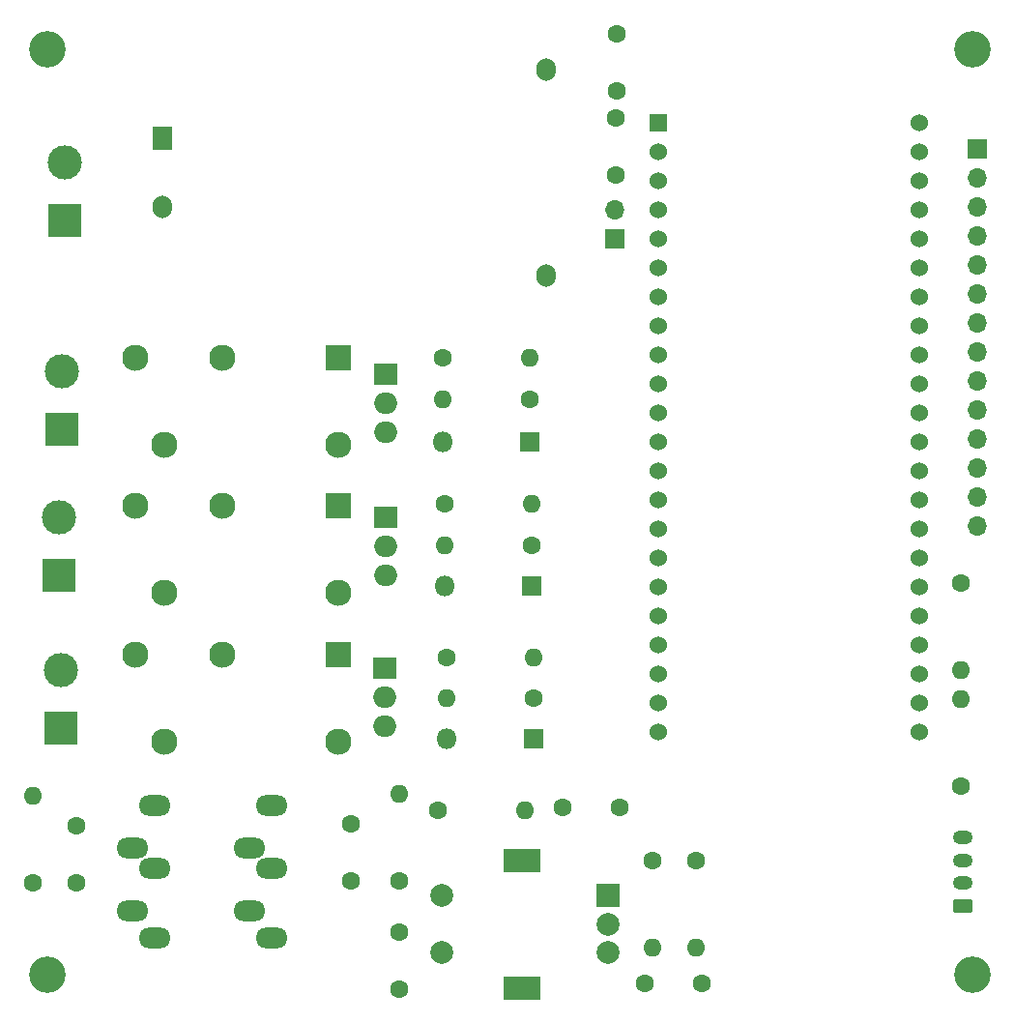
<source format=gbr>
%TF.GenerationSoftware,KiCad,Pcbnew,9.0.0*%
%TF.CreationDate,2025-07-02T18:07:02-06:00*%
%TF.ProjectId,CyberSmoker_PCB_v2,43796265-7253-46d6-9f6b-65725f504342,rev?*%
%TF.SameCoordinates,Original*%
%TF.FileFunction,Soldermask,Bot*%
%TF.FilePolarity,Negative*%
%FSLAX46Y46*%
G04 Gerber Fmt 4.6, Leading zero omitted, Abs format (unit mm)*
G04 Created by KiCad (PCBNEW 9.0.0) date 2025-07-02 18:07:02*
%MOMM*%
%LPD*%
G01*
G04 APERTURE LIST*
G04 Aperture macros list*
%AMRoundRect*
0 Rectangle with rounded corners*
0 $1 Rounding radius*
0 $2 $3 $4 $5 $6 $7 $8 $9 X,Y pos of 4 corners*
0 Add a 4 corners polygon primitive as box body*
4,1,4,$2,$3,$4,$5,$6,$7,$8,$9,$2,$3,0*
0 Add four circle primitives for the rounded corners*
1,1,$1+$1,$2,$3*
1,1,$1+$1,$4,$5*
1,1,$1+$1,$6,$7*
1,1,$1+$1,$8,$9*
0 Add four rect primitives between the rounded corners*
20,1,$1+$1,$2,$3,$4,$5,0*
20,1,$1+$1,$4,$5,$6,$7,0*
20,1,$1+$1,$6,$7,$8,$9,0*
20,1,$1+$1,$8,$9,$2,$3,0*%
G04 Aperture macros list end*
%ADD10C,1.600000*%
%ADD11R,2.000000X2.000000*%
%ADD12C,2.000000*%
%ADD13R,3.200000X2.000000*%
%ADD14O,1.700000X1.700000*%
%ADD15R,1.700000X1.700000*%
%ADD16C,1.530000*%
%ADD17R,1.530000X1.530000*%
%ADD18O,1.600000X1.600000*%
%ADD19R,1.800000X1.800000*%
%ADD20O,1.800000X1.800000*%
%ADD21R,3.000000X3.000000*%
%ADD22C,3.000000*%
%ADD23R,2.300000X2.300000*%
%ADD24C,2.300000*%
%ADD25R,2.000000X1.905000*%
%ADD26O,2.000000X1.905000*%
%ADD27O,2.800000X1.800000*%
%ADD28C,3.200000*%
%ADD29R,1.700000X2.000000*%
%ADD30O,1.700000X2.000000*%
%ADD31O,1.750000X1.200000*%
%ADD32RoundRect,0.250000X0.625000X-0.350000X0.625000X0.350000X-0.625000X0.350000X-0.625000X-0.350000X0*%
G04 APERTURE END LIST*
D10*
%TO.C,C1*%
X108810000Y-63630000D03*
X108810000Y-68630000D03*
X108780000Y-71010000D03*
%TD*%
%TO.C,C2*%
X108780000Y-76010000D03*
X108780000Y-71010000D03*
%TD*%
D11*
%TO.C,SW1*%
X108050000Y-139100000D03*
D12*
X108050000Y-144100000D03*
X108050000Y-141600000D03*
D13*
X100550000Y-147200000D03*
X100550000Y-136000000D03*
D12*
X93550000Y-144100000D03*
X93550000Y-139100000D03*
%TD*%
D14*
%TO.C,J6*%
X108700000Y-79045000D03*
D15*
X108700000Y-81585000D03*
%TD*%
D14*
%TO.C,U2*%
X140445000Y-106715000D03*
X140445000Y-104175000D03*
X140445000Y-101635000D03*
X140445000Y-99095000D03*
X140445000Y-96555000D03*
X140445000Y-94015000D03*
X140445000Y-91475000D03*
X140445000Y-88935000D03*
X140445000Y-86395000D03*
X140445000Y-83855000D03*
X140445000Y-81315000D03*
X140445000Y-78775000D03*
X140445000Y-76235000D03*
D15*
X140445000Y-73695000D03*
%TD*%
D16*
%TO.C,U1*%
X112500000Y-122220000D03*
X135360000Y-124760000D03*
X135360000Y-122220000D03*
X135360000Y-119680000D03*
X135360000Y-117140000D03*
X135360000Y-114600000D03*
X135360000Y-112060000D03*
X135360000Y-109520000D03*
X135360000Y-106980000D03*
X135360000Y-104440000D03*
X135360000Y-101900000D03*
X135360000Y-99360000D03*
X135360000Y-96820000D03*
X135360000Y-94280000D03*
X135360000Y-91740000D03*
X135360000Y-89200000D03*
X135360000Y-86660000D03*
X135360000Y-84120000D03*
X135360000Y-81580000D03*
X135360000Y-79040000D03*
X135360000Y-76500000D03*
X135360000Y-73960000D03*
X135360000Y-71420000D03*
X112500000Y-124760000D03*
X112500000Y-119680000D03*
X112500000Y-117140000D03*
X112500000Y-114600000D03*
X112500000Y-112060000D03*
X112500000Y-109520000D03*
X112500000Y-106980000D03*
X112500000Y-104440000D03*
X112500000Y-101900000D03*
X112500000Y-99360000D03*
X112500000Y-96820000D03*
X112500000Y-94280000D03*
X112500000Y-91740000D03*
X112500000Y-89200000D03*
X112500000Y-86660000D03*
X112500000Y-84120000D03*
X112500000Y-81580000D03*
X112500000Y-79040000D03*
X112500000Y-76500000D03*
X112500000Y-73960000D03*
D17*
X112500000Y-71420000D03*
%TD*%
D18*
%TO.C,R8*%
X139000000Y-121880000D03*
D10*
X139000000Y-129500000D03*
%TD*%
D18*
%TO.C,R5*%
X139000000Y-119310000D03*
D10*
X139000000Y-111690000D03*
%TD*%
%TO.C,C3*%
X109100000Y-131400000D03*
X104100000Y-131400000D03*
%TD*%
D19*
%TO.C,D1*%
X101210000Y-99400000D03*
D20*
X93590000Y-99400000D03*
%TD*%
D21*
%TO.C,J1*%
X60500000Y-80000000D03*
D22*
X60500000Y-74920000D03*
%TD*%
D23*
%TO.C,K1*%
X84500000Y-92000000D03*
D24*
X74340000Y-92000000D03*
X66720000Y-92000000D03*
X69260000Y-99620000D03*
X84500000Y-99620000D03*
%TD*%
D21*
%TO.C,J3*%
X60000000Y-111040000D03*
D22*
X60000000Y-105960000D03*
%TD*%
D25*
%TO.C,Q2*%
X88600000Y-106000000D03*
D26*
X88600000Y-108540000D03*
X88600000Y-111080000D03*
%TD*%
D23*
%TO.C,K2*%
X84500000Y-104950000D03*
D24*
X74340000Y-104950000D03*
X66720000Y-104950000D03*
X69260000Y-112570000D03*
X84500000Y-112570000D03*
%TD*%
D27*
%TO.C,AUX1*%
X66400000Y-134900000D03*
X68400000Y-136700000D03*
X68400000Y-142800000D03*
X66400000Y-140400000D03*
X68400000Y-131200000D03*
%TD*%
D10*
%TO.C,R13*%
X89800000Y-137810000D03*
D18*
X89800000Y-130190000D03*
%TD*%
D21*
%TO.C,J4*%
X60200000Y-124400000D03*
D22*
X60200000Y-119320000D03*
%TD*%
D10*
%TO.C,R3*%
X93790000Y-104800000D03*
D18*
X101410000Y-104800000D03*
%TD*%
D25*
%TO.C,Q1*%
X88600000Y-93420000D03*
D26*
X88600000Y-95960000D03*
X88600000Y-98500000D03*
%TD*%
D10*
%TO.C,R10*%
X112000000Y-135990000D03*
D18*
X112000000Y-143610000D03*
%TD*%
D10*
%TO.C,R4*%
X101410000Y-108400000D03*
D18*
X93790000Y-108400000D03*
%TD*%
D28*
%TO.C,REF\u002A\u002A*%
X59000000Y-146000000D03*
%TD*%
%TO.C,REF\u002A\u002A*%
X59000000Y-65000000D03*
%TD*%
D10*
%TO.C,C4*%
X61500000Y-138000000D03*
X61500000Y-133000000D03*
%TD*%
D25*
%TO.C,Q3*%
X88555000Y-119200000D03*
D26*
X88555000Y-121740000D03*
X88555000Y-124280000D03*
%TD*%
D10*
%TO.C,R9*%
X93190000Y-131600000D03*
D18*
X100810000Y-131600000D03*
%TD*%
D27*
%TO.C,AUX2*%
X76650000Y-134900000D03*
X78650000Y-136700000D03*
X78650000Y-142800000D03*
X76650000Y-140400000D03*
X78650000Y-131200000D03*
%TD*%
D21*
%TO.C,J2*%
X60250000Y-98250000D03*
D22*
X60250000Y-93170000D03*
%TD*%
D10*
%TO.C,C7*%
X111300000Y-146750000D03*
X116300000Y-146750000D03*
%TD*%
%TO.C,C6*%
X89800000Y-147300000D03*
X89800000Y-142300000D03*
%TD*%
%TO.C,R1*%
X93590000Y-92000000D03*
D18*
X101210000Y-92000000D03*
%TD*%
D19*
%TO.C,D3*%
X101610000Y-125400000D03*
D20*
X93990000Y-125400000D03*
%TD*%
D28*
%TO.C,REF\u002A\u002A*%
X140000000Y-146000000D03*
%TD*%
D23*
%TO.C,K3*%
X84500000Y-117950000D03*
D24*
X74340000Y-117950000D03*
X66720000Y-117950000D03*
X69260000Y-125570000D03*
X84500000Y-125570000D03*
%TD*%
D10*
%TO.C,R11*%
X115800000Y-135990000D03*
D18*
X115800000Y-143610000D03*
%TD*%
D29*
%TO.C,PS1*%
X69037500Y-72787500D03*
D30*
X69037500Y-78787500D03*
X102637500Y-66787500D03*
X102637500Y-84787500D03*
%TD*%
D28*
%TO.C,REF\u002A\u002A*%
X140000000Y-65000000D03*
%TD*%
D10*
%TO.C,R2*%
X101210000Y-95600000D03*
D18*
X93590000Y-95600000D03*
%TD*%
D10*
%TO.C,C5*%
X85600000Y-137800000D03*
X85600000Y-132800000D03*
%TD*%
D31*
%TO.C,J5*%
X139200000Y-134000000D03*
D32*
X139200000Y-140000000D03*
D31*
X139200000Y-138000000D03*
X139200000Y-136000000D03*
%TD*%
D19*
%TO.C,D2*%
X101410000Y-112000000D03*
D20*
X93790000Y-112000000D03*
%TD*%
D10*
%TO.C,R12*%
X57750000Y-138010000D03*
D18*
X57750000Y-130390000D03*
%TD*%
D10*
%TO.C,R6*%
X93940000Y-118250000D03*
D18*
X101560000Y-118250000D03*
%TD*%
D10*
%TO.C,R7*%
X101600000Y-121800000D03*
D18*
X93980000Y-121800000D03*
%TD*%
M02*

</source>
